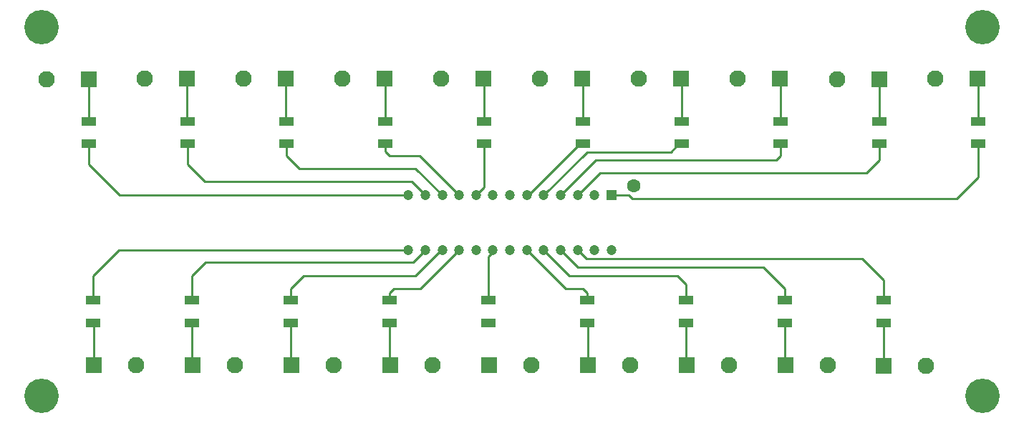
<source format=gtl>
G04*
G04 #@! TF.GenerationSoftware,Altium Limited,Altium Designer,20.1.14 (287)*
G04*
G04 Layer_Physical_Order=1*
G04 Layer_Color=255*
%FSLAX25Y25*%
%MOIN*%
G70*
G04*
G04 #@! TF.SameCoordinates,AD4F6338-5A94-4AA3-B556-C82436557DC4*
G04*
G04*
G04 #@! TF.FilePolarity,Positive*
G04*
G01*
G75*
%ADD12C,0.01000*%
%ADD13R,0.07008X0.04488*%
%ADD21C,0.04724*%
%ADD22C,0.06299*%
%ADD23R,0.04724X0.04724*%
%ADD24C,0.07677*%
%ADD25R,0.07677X0.07677*%
%ADD26C,0.16000*%
D12*
X220000Y56472D02*
Y76866D01*
X222126Y78992D01*
Y80000D01*
X214252Y105591D02*
X218000Y109339D01*
Y129528D01*
Y140000D02*
Y159685D01*
X214252Y80000D02*
Y80958D01*
X214000Y79748D02*
X214252Y80000D01*
X266000Y56472D02*
Y60000D01*
X255874Y62000D02*
X264000D01*
X266000Y60000D01*
X312000Y56472D02*
Y64000D01*
X257748Y68000D02*
X308000D01*
X312000Y64000D01*
X245748Y80000D02*
X257748Y68000D01*
X358000Y56472D02*
Y62000D01*
X348000Y72000D02*
X358000Y62000D01*
X253622Y80000D02*
X261622Y72000D01*
X348000D01*
X404000Y56472D02*
Y66000D01*
X394000Y76000D02*
X404000Y66000D01*
X261496Y80000D02*
X265496Y76000D01*
X394000D01*
X237874Y80000D02*
X255874Y62000D01*
X174000Y56472D02*
Y60000D01*
X176000Y62000D01*
X188378D01*
X206378Y80000D01*
X198000D02*
X198504D01*
X186000Y68000D02*
X198000Y80000D01*
X128000Y62000D02*
X134000Y68000D01*
X186000D01*
X128000Y56472D02*
Y62000D01*
X184916Y74287D02*
X190630Y80000D01*
X88287Y74287D02*
X184916D01*
X82000Y68000D02*
X88287Y74287D01*
X82000Y56472D02*
Y68000D01*
X48000Y80000D02*
X182756D01*
X36000Y68000D02*
X48000Y80000D01*
X36000Y56472D02*
Y68000D01*
X262740Y129528D02*
X264000D01*
X238803Y105591D02*
X262740Y129528D01*
X237874Y105591D02*
X238803D01*
X245748D02*
X265941Y125784D01*
X308740Y129528D02*
X310000D01*
X304996Y125784D02*
X308740Y129528D01*
X265941Y125784D02*
X304996D01*
X253622Y105591D02*
X270031Y122000D01*
X354000D02*
X356000Y124000D01*
X270031Y122000D02*
X354000D01*
X356000Y124000D02*
Y129528D01*
X402000Y122000D02*
Y129528D01*
X271905Y116000D02*
X396000D01*
X402000Y122000D01*
X261496Y105591D02*
X271905Y116000D01*
X448000Y114000D02*
Y129528D01*
X287023Y104000D02*
X438000D01*
X448000Y114000D01*
X277244Y105591D02*
X285432D01*
X287023Y104000D01*
X206378Y105591D02*
Y105622D01*
X188000Y124000D02*
X206378Y105622D01*
X172000Y126000D02*
X174000Y124000D01*
X188000D01*
X172000Y126000D02*
Y129528D01*
X186094Y118000D02*
X198504Y105591D01*
X132000Y118000D02*
X186094D01*
X126000Y124000D02*
Y129528D01*
Y124000D02*
X132000Y118000D01*
X184221Y112000D02*
X190630Y105591D01*
X88000Y112000D02*
X184221D01*
X80000Y120000D02*
Y129528D01*
Y120000D02*
X88000Y112000D01*
X48409Y105591D02*
X182756D01*
X34000Y120000D02*
X48409Y105591D01*
X34000Y120000D02*
Y129528D01*
X404000Y26000D02*
Y46000D01*
X358000Y26386D02*
X358157Y26228D01*
X358000Y26386D02*
Y46000D01*
X312000Y26386D02*
X312158Y26228D01*
X312000Y26386D02*
Y46000D01*
X34000Y140000D02*
Y159614D01*
X33843Y159772D02*
X34000Y159614D01*
X125685Y140315D02*
Y160000D01*
Y140315D02*
X126000Y140000D01*
X79685Y140315D02*
Y160000D01*
Y140315D02*
X80000Y140000D01*
X172000D02*
Y159685D01*
X171685Y160000D02*
X172000Y159685D01*
X217685Y160000D02*
X218000Y159685D01*
X356000Y140000D02*
Y159685D01*
X355685Y160000D02*
X356000Y159685D01*
X310000Y140000D02*
Y159685D01*
X309685Y160000D02*
X310000Y159685D01*
X264000Y140000D02*
Y159685D01*
X263685Y160000D02*
X264000Y159685D01*
X401842Y140157D02*
Y159772D01*
Y140157D02*
X402000Y140000D01*
X448000D02*
Y159685D01*
X447685Y160000D02*
X448000Y159685D01*
X266158Y26228D02*
Y45842D01*
X266000Y46000D02*
X266158Y45842D01*
X220000Y26386D02*
X220158Y26228D01*
X174000Y26386D02*
X174158Y26228D01*
X174000Y26386D02*
Y46000D01*
X128000Y26386D02*
Y46000D01*
Y26386D02*
X128157Y26228D01*
X82000Y26386D02*
X82157Y26228D01*
X82000Y26386D02*
Y46000D01*
X36158Y26228D02*
Y45842D01*
X36000Y46000D02*
X36158Y45842D01*
D13*
X218000Y129528D02*
D03*
Y140000D02*
D03*
X220000Y56472D02*
D03*
X172000Y129528D02*
D03*
Y140000D02*
D03*
X356000Y129528D02*
D03*
Y140000D02*
D03*
X36000Y56472D02*
D03*
Y46000D02*
D03*
X220000D02*
D03*
X404000Y56472D02*
D03*
Y46000D02*
D03*
X34000Y140000D02*
D03*
Y129528D02*
D03*
X80000D02*
D03*
Y140000D02*
D03*
X126000Y129528D02*
D03*
Y140000D02*
D03*
X264000Y129528D02*
D03*
Y140000D02*
D03*
X448000Y129528D02*
D03*
Y140000D02*
D03*
X128000Y56472D02*
D03*
Y46000D02*
D03*
X174000Y56472D02*
D03*
Y46000D02*
D03*
X266000Y56472D02*
D03*
Y46000D02*
D03*
X312000Y56472D02*
D03*
Y46000D02*
D03*
X358000Y56472D02*
D03*
Y46000D02*
D03*
X402000Y129528D02*
D03*
Y140000D02*
D03*
X310000Y129528D02*
D03*
Y140000D02*
D03*
X82000Y56472D02*
D03*
Y46000D02*
D03*
D21*
X214252Y80000D02*
D03*
Y105591D02*
D03*
X230000D02*
D03*
X222126D02*
D03*
X230000Y80000D02*
D03*
X222126D02*
D03*
X269370Y105591D02*
D03*
X261496D02*
D03*
X253622D02*
D03*
X245748D02*
D03*
X237874D02*
D03*
X206378D02*
D03*
X198504D02*
D03*
X190630D02*
D03*
X182756D02*
D03*
X277244Y80000D02*
D03*
X269370D02*
D03*
X261496D02*
D03*
X253622D02*
D03*
X245748D02*
D03*
X237874D02*
D03*
X206378D02*
D03*
X198504D02*
D03*
X190630D02*
D03*
X182756D02*
D03*
D22*
X287677Y109921D02*
D03*
D23*
X277244Y105591D02*
D03*
D24*
X423685Y26000D02*
D03*
X377842Y26228D02*
D03*
X331842D02*
D03*
X285842D02*
D03*
X239843D02*
D03*
X193842D02*
D03*
X147843D02*
D03*
X101842D02*
D03*
X55843D02*
D03*
X14157Y159772D02*
D03*
X60000Y160000D02*
D03*
X106000D02*
D03*
X152000D02*
D03*
X198000D02*
D03*
X244000D02*
D03*
X290000D02*
D03*
X336000D02*
D03*
X382157Y159772D02*
D03*
X428000Y160000D02*
D03*
D25*
X404000Y26000D02*
D03*
X358157Y26228D02*
D03*
X312158D02*
D03*
X266158D02*
D03*
X220158D02*
D03*
X174158D02*
D03*
X128157D02*
D03*
X82157D02*
D03*
X36158D02*
D03*
X33843Y159772D02*
D03*
X79685Y160000D02*
D03*
X125685D02*
D03*
X171685D02*
D03*
X217685D02*
D03*
X263685D02*
D03*
X309685D02*
D03*
X355685D02*
D03*
X401842Y159772D02*
D03*
X447685Y160000D02*
D03*
D26*
X12000Y184000D02*
D03*
X450000D02*
D03*
X12000Y12000D02*
D03*
X450000D02*
D03*
M02*

</source>
